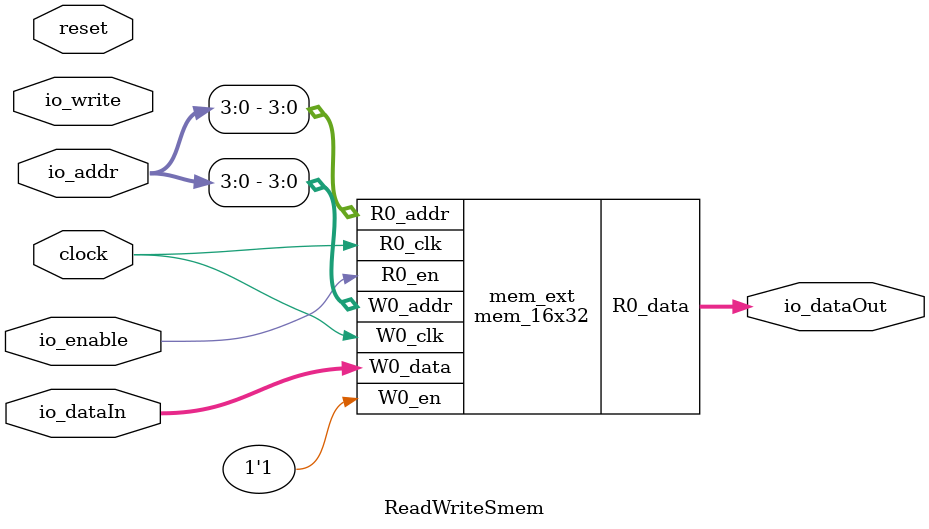
<source format=v>
module mem_16x32(
  input  [3:0]  R0_addr,
  input         R0_en,
                R0_clk,
  input  [3:0]  W0_addr,
  input         W0_en,
                W0_clk,
  input  [31:0] W0_data,
  output [31:0] R0_data
);

  reg [31:0] Memory[0:15];
  reg        _R0_en_d0;
  reg [3:0]  _R0_addr_d0;
  always @(posedge R0_clk) begin
    _R0_en_d0 <= R0_en;
    _R0_addr_d0 <= R0_addr;
  end // always @(posedge)
  always @(posedge W0_clk) begin
    if (W0_en)
      Memory[W0_addr] <= W0_data;
  end // always @(posedge)
  assign R0_data = _R0_en_d0 ? Memory[_R0_addr_d0] : 32'bx;
endmodule

module ReadWriteSmem(
  input         clock,
                reset,
                io_enable,
                io_write,
  input  [9:0]  io_addr,
  input  [31:0] io_dataIn,
  output [31:0] io_dataOut
);

  mem_16x32 mem_ext (
    .R0_addr (io_addr[3:0]),
    .R0_en   (io_enable),
    .R0_clk  (clock),
    .W0_addr (io_addr[3:0]),
    .W0_en   (1'h1),
    .W0_clk  (clock),
    .W0_data (io_dataIn),
    .R0_data (io_dataOut)
  );
endmodule


</source>
